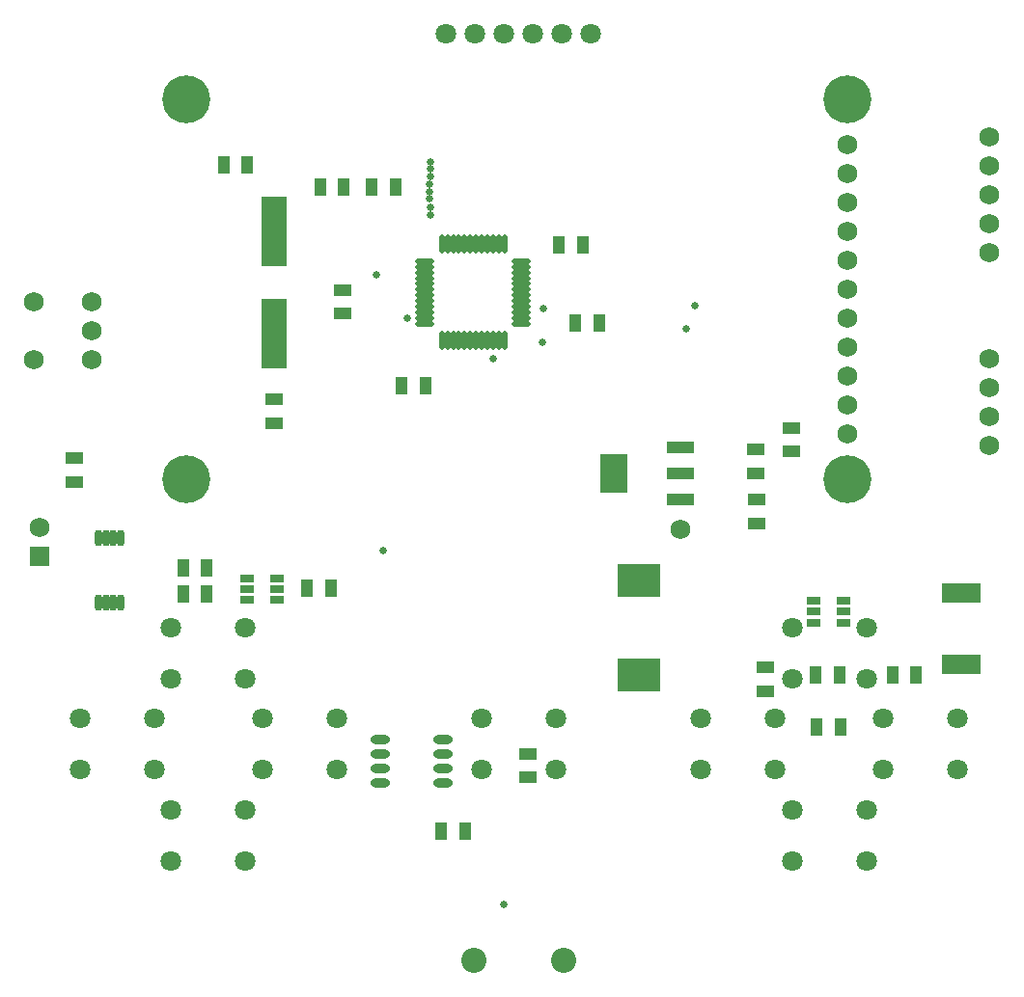
<source format=gbs>
G04*
G04 #@! TF.GenerationSoftware,Altium Limited,Altium Designer,20.1.7 (139)*
G04*
G04 Layer_Color=16711935*
%FSLAX25Y25*%
%MOIN*%
G70*
G04*
G04 #@! TF.SameCoordinates,7B629D7A-5012-4778-A706-7C37D5037AAD*
G04*
G04*
G04 #@! TF.FilePolarity,Negative*
G04*
G01*
G75*
%ADD13C,0.02572*%
%ADD14C,0.06800*%
%ADD15C,0.07099*%
%ADD16R,0.06800X0.06800*%
%ADD17C,0.16548*%
%ADD18C,0.08674*%
%ADD43R,0.13398X0.06784*%
%ADD44R,0.14973X0.11430*%
%ADD45R,0.04147X0.06312*%
%ADD46R,0.04343X0.06312*%
%ADD47R,0.08674X0.24422*%
%ADD48R,0.06312X0.04343*%
%ADD49R,0.06312X0.04147*%
%ADD50R,0.09265X0.04343*%
%ADD51R,0.09265X0.13398*%
%ADD52R,0.04737X0.02965*%
%ADD53O,0.02965X0.05721*%
%ADD54O,0.06706X0.03162*%
%ADD55O,0.01981X0.06509*%
%ADD56O,0.06509X0.01981*%
D13*
X150000Y153051D02*
D03*
X158465Y233268D02*
D03*
X257579Y237598D02*
D03*
X166240Y287402D02*
D03*
Y284744D02*
D03*
X166240Y282087D02*
D03*
X166142Y279528D02*
D03*
Y276969D02*
D03*
Y274410D02*
D03*
X166240Y268898D02*
D03*
Y271654D02*
D03*
X205413Y236614D02*
D03*
X147835Y248130D02*
D03*
X205118Y225000D02*
D03*
X187992Y219291D02*
D03*
X254724Y229528D02*
D03*
X191831Y30413D02*
D03*
D14*
X252658Y160236D02*
D03*
X359449Y199370D02*
D03*
Y189370D02*
D03*
Y219370D02*
D03*
Y209370D02*
D03*
Y255807D02*
D03*
Y265807D02*
D03*
Y275807D02*
D03*
Y285807D02*
D03*
Y295807D02*
D03*
X31299Y160925D02*
D03*
X310236Y293209D02*
D03*
Y283209D02*
D03*
Y273209D02*
D03*
Y263209D02*
D03*
Y253209D02*
D03*
Y243209D02*
D03*
Y233209D02*
D03*
Y223209D02*
D03*
Y213209D02*
D03*
Y203209D02*
D03*
Y193209D02*
D03*
X49508Y239035D02*
D03*
Y229035D02*
D03*
Y219035D02*
D03*
X29508Y239035D02*
D03*
Y219035D02*
D03*
D15*
X285433Y94882D02*
D03*
X259842D02*
D03*
X285433Y77165D02*
D03*
X259842D02*
D03*
X316929Y63386D02*
D03*
X291339D02*
D03*
X316929Y45669D02*
D03*
X291339D02*
D03*
X102362Y126378D02*
D03*
X76772D02*
D03*
X102362Y108661D02*
D03*
X76772D02*
D03*
X133858Y94882D02*
D03*
X108268D02*
D03*
X133858Y77165D02*
D03*
X108268D02*
D03*
X209646Y94882D02*
D03*
X184055D02*
D03*
X209646Y77165D02*
D03*
X184055D02*
D03*
X70866Y94882D02*
D03*
X45276D02*
D03*
X70866Y77165D02*
D03*
X45276D02*
D03*
X348425Y94882D02*
D03*
X322835D02*
D03*
X348425Y77165D02*
D03*
X322835D02*
D03*
X316929Y126378D02*
D03*
X291339D02*
D03*
X316929Y108661D02*
D03*
X291339D02*
D03*
X102362Y63386D02*
D03*
X76772D02*
D03*
X102362Y45669D02*
D03*
X76772D02*
D03*
X171811Y331496D02*
D03*
X181811D02*
D03*
X191811D02*
D03*
X201811D02*
D03*
X211811D02*
D03*
X221811D02*
D03*
D16*
X31299Y150925D02*
D03*
D17*
X81890Y308957D02*
D03*
Y177461D02*
D03*
X310236D02*
D03*
Y308957D02*
D03*
D18*
X181299Y11122D02*
D03*
X212402D02*
D03*
D43*
X349803Y113583D02*
D03*
Y138091D02*
D03*
D44*
X238484Y142717D02*
D03*
Y110039D02*
D03*
D45*
X136319Y278445D02*
D03*
X128248D02*
D03*
X154232Y278543D02*
D03*
X146161D02*
D03*
X307579Y109744D02*
D03*
X299508D02*
D03*
X333957D02*
D03*
X325886D02*
D03*
X81102Y137992D02*
D03*
X89173D02*
D03*
X123819Y139961D02*
D03*
X131890D02*
D03*
D46*
X94882Y286122D02*
D03*
X103150D02*
D03*
X156496Y210039D02*
D03*
X164764D02*
D03*
X224606Y231496D02*
D03*
X216339D02*
D03*
X219094Y258661D02*
D03*
X210827D02*
D03*
X307874Y92028D02*
D03*
X299606D02*
D03*
X80905Y146850D02*
D03*
X89173D02*
D03*
X169980Y55905D02*
D03*
X178248D02*
D03*
D47*
X112303Y227756D02*
D03*
Y263189D02*
D03*
D48*
X112205Y197047D02*
D03*
Y205315D02*
D03*
X135925Y234744D02*
D03*
Y243012D02*
D03*
X278740Y187992D02*
D03*
Y179724D02*
D03*
X279134Y162402D02*
D03*
Y170669D02*
D03*
X282087Y104232D02*
D03*
Y112500D02*
D03*
X43209Y176673D02*
D03*
Y184941D02*
D03*
D49*
X290945Y187303D02*
D03*
Y195374D02*
D03*
X200000Y74508D02*
D03*
Y82579D02*
D03*
D50*
X252704Y188608D02*
D03*
Y179553D02*
D03*
Y170498D02*
D03*
D51*
X229672Y179553D02*
D03*
D52*
X309154Y135531D02*
D03*
Y131791D02*
D03*
Y128051D02*
D03*
X298524D02*
D03*
Y131791D02*
D03*
Y135531D02*
D03*
X113484Y143405D02*
D03*
Y139665D02*
D03*
Y135925D02*
D03*
X102854D02*
D03*
Y139665D02*
D03*
Y143405D02*
D03*
D53*
X59350Y134744D02*
D03*
X56791D02*
D03*
X54232D02*
D03*
X51673D02*
D03*
X59350Y157382D02*
D03*
X56791D02*
D03*
X54232D02*
D03*
X51673D02*
D03*
D54*
X170768Y87717D02*
D03*
Y82717D02*
D03*
Y77716D02*
D03*
Y72716D02*
D03*
X149114Y87717D02*
D03*
Y82717D02*
D03*
Y77716D02*
D03*
Y72716D02*
D03*
D55*
X170276Y225492D02*
D03*
X172244D02*
D03*
X174213D02*
D03*
X176181D02*
D03*
X178150D02*
D03*
X180118D02*
D03*
X182087D02*
D03*
X184055D02*
D03*
X186024D02*
D03*
X187992D02*
D03*
X189961D02*
D03*
X191929D02*
D03*
Y258760D02*
D03*
X189961D02*
D03*
X187992D02*
D03*
X186024D02*
D03*
X184055D02*
D03*
X182087D02*
D03*
X180118D02*
D03*
X178150D02*
D03*
X176181D02*
D03*
X174213D02*
D03*
X172244D02*
D03*
X170276D02*
D03*
D56*
X197736Y231299D02*
D03*
Y233268D02*
D03*
Y235236D02*
D03*
Y237205D02*
D03*
Y239173D02*
D03*
Y241142D02*
D03*
Y243110D02*
D03*
Y245079D02*
D03*
Y247047D02*
D03*
Y249016D02*
D03*
Y250984D02*
D03*
Y252953D02*
D03*
X164469D02*
D03*
Y250984D02*
D03*
Y249016D02*
D03*
Y247047D02*
D03*
Y245079D02*
D03*
Y243110D02*
D03*
Y241142D02*
D03*
Y239173D02*
D03*
Y237205D02*
D03*
Y235236D02*
D03*
Y233268D02*
D03*
Y231299D02*
D03*
M02*

</source>
